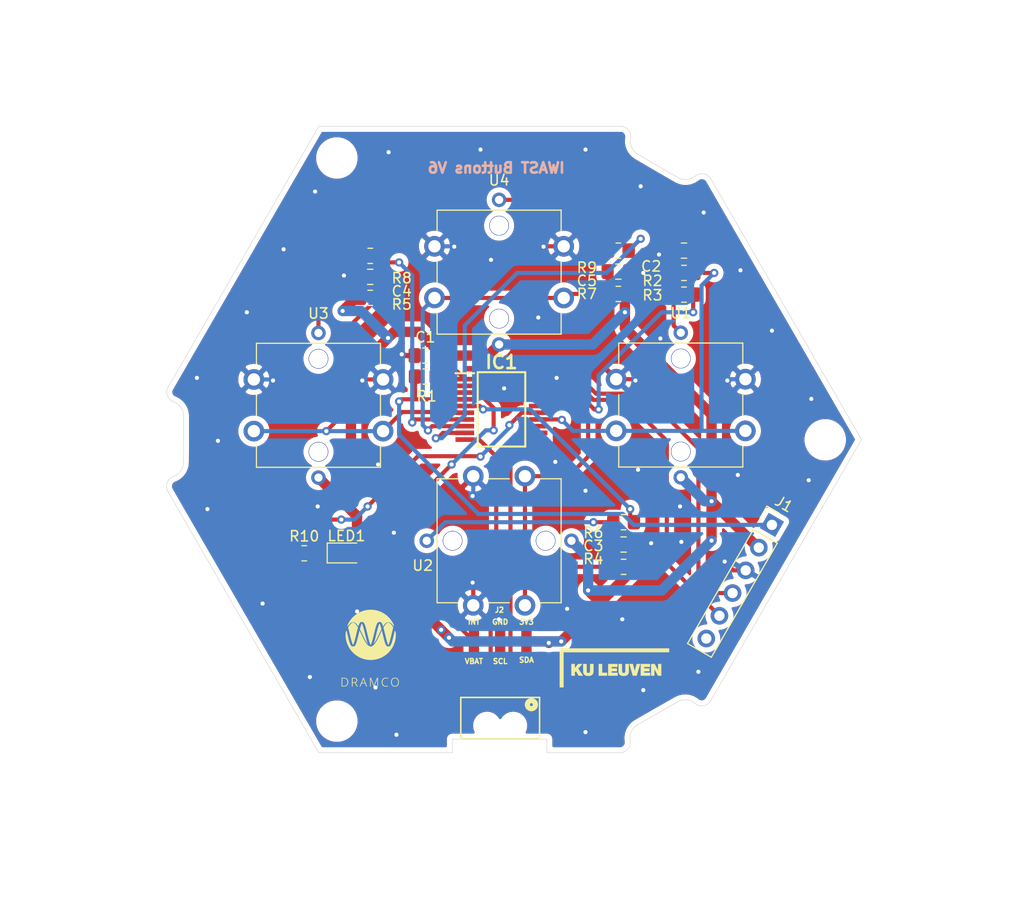
<source format=kicad_pcb>
(kicad_pcb (version 20171130) (host pcbnew "(5.1.6)-1")
  (title_block (title "IWAST - BME680") (date 2019-10-12) (rev A) (company DRAMCO) (comment 1 "Sarah Goossens"))
  (layers (0 F.Cu signal) (31 B.Cu signal) (34 B.Paste user) (35 F.Paste user) (36 B.SilkS user) (37 F.SilkS user) (38 B.Mask user) (39 F.Mask user) (44 Edge.Cuts user))
  (net 0 "")
  (net 1 +3V3)
  (net 2 GND)
  (net 3 /MCLR)
  (net 4 /RC1)
  (net 5 /ICSPCLK)
  (net 6 /ICSPDAT)
  (net 7 "Net-(R3-Pad2)")
  (net 8 /INT)
  (net 9 /SCL)
  (net 10 /SDA)
  (net 11 /LSW2)
  (net 12 /SW3)
  (net 13 /LSW3)
  (net 14 /SW4)
  (net 15 /LSW4)
  (net 16 /SW1)
  (net 17 /SW2)
  (net 18 /LSW1)
  (net 19 "Net-(R9-Pad2)")
  (net 20 "Net-(LED1-Pad1)")
  (net 21 "Net-(R6-Pad2)")
  (net 22 "Net-(R8-Pad2)")
  (net 23 "Net-(IC1-Pad2)")
  (net 24 /RB6)
  (net 25 /RB4)
  (net 26 "Net-(J1-Pad6)")
  (net 27 "Net-(J2-Pad5)")
  (module 610106249121:610106249121 (layer F.Cu) (at 122.555 142.88)
    (fp_text reference J2 (at -0.0762 -11.1962) (layer F.SilkS) (effects (font (size 0.5 0.5) (thickness 0.125))))
    (fp_text value 610106249121)
    (pad None np_thru_hole circle (at -1.27 0) (size 1.68 1.68) (drill 1.68) (layers *.Cu *.Mask))
    (pad None np_thru_hole circle (at 1.27 0) (size 1.68 1.68) (drill 1.68) (layers *.Cu *.Mask))
    (pad 5 smd rect (at -2.54 -4.45) (size 1 2.5) (layers F.Cu F.Paste F.Mask) (net 27 "Net-(J2-Pad5)"))
    (pad 6 smd rect (at -2.54 -8.15) (size 1 2.5) (layers F.Cu F.Paste F.Mask) (net 8 /INT))
    (pad 3 smd rect (at 0 -4.45) (size 1 2.5) (layers F.Cu F.Paste F.Mask) (net 9 /SCL))
    (pad 4 smd rect (at 0 -8.15) (size 1 2.5) (layers F.Cu F.Paste F.Mask) (net 2 GND))
    (pad 1 smd rect (at 2.54 -4.45) (size 1 2.5) (layers F.Cu F.Paste F.Mask) (net 10 /SDA))
    (pad 2 smd rect (at 2.54 -8.15) (size 1 2.5) (layers F.Cu F.Paste F.Mask) (net 1 +3V3))
  )
  (module MountingHole:MountingHole_3mm (layer B.Cu) (at 106.7562 87.9348 180)
    (fp_text reference REF** hide)
    (fp_text value MountingHole_3mm)
    (pad 1 np_thru_hole circle (at 0 0 180) (size 3 3) (drill 3) (layers *.Cu *.Mask))
  )
  (module MountingHole:MountingHole_3mm (layer B.Cu) (at 106.7562 142.4432 180)
    (fp_text reference REF** hide)
    (fp_text value MountingHole_3mm)
    (pad 1 np_thru_hole circle (at 0 0 180) (size 3 3) (drill 3) (layers *.Cu *.Mask))
  )
  (module MountingHole:MountingHole_3mm (layer B.Cu) (at 154.0002 115.2144 180)
    (fp_text reference REF** hide)
    (fp_text value MountingHole_3mm)
    (pad 1 np_thru_hole circle (at 0 0 180) (size 3 3) (drill 3) (layers *.Cu *.Mask))
  )
  (module logos:dramco_logo (layer F.Cu) (at 109.982 135.382)
    (fp_text reference G*** hide)
    (fp_text value LOGO hide)
  )
  (module logos:kul_logo (layer F.Cu) (at 133.604 137.287)
    (fp_text reference G*** hide)
    (fp_text value LOGO hide)
  )
  (module Button_Ali:aliButton (layer F.Cu) (at 122.45 124.985 270)
    (fp_text reference U2 (at 2.396 7.388 180) (layer F.SilkS))
    (fp_text value button)
    (pad "" np_thru_hole circle (at 0 -4.5 270) (size 1.9 1.9) (drill 1.8) (layers *.Cu *.Mask))
    (pad "" np_thru_hole circle (at 0 4.5 270) (size 1.9 1.9) (drill 1.8) (layers *.Cu *.Mask))
    (pad 6 thru_hole circle (at 0 7 270) (size 1.4 1.4) (drill 0.8) (layers *.Cu *.Mask) (net 21 "Net-(R6-Pad2)"))
    (pad 5 thru_hole circle (at 0 -7 270) (size 1.4 1.4) (drill 0.8) (layers *.Cu *.Mask) (net 1 +3V3))
    (pad 4 thru_hole circle (at 6.25 2.5 270) (size 2 2) (drill 1.2) (layers *.Cu *.Mask) (net 2 GND))
    (pad 2 thru_hole circle (at 6.25 -2.5 270) (size 2 2) (drill 1.2) (layers *.Cu *.Mask) (net 17 /SW2))
    (pad 3 thru_hole circle (at -6.25 2.5 270) (size 2 2) (drill 1.2) (layers *.Cu *.Mask) (net 2 GND))
    (pad 1 thru_hole circle (at -6.25 -2.5 270) (size 2 2) (drill 1.2) (layers *.Cu *.Mask) (net 17 /SW2))
  )
  (module Button_Ali:aliButton (layer F.Cu) (at 140.025 111.848 180)
    (fp_text reference U1 (at 0 8.89) (layer F.SilkS))
    (fp_text value button)
    (pad "" np_thru_hole circle (at 0 -4.5 180) (size 1.9 1.9) (drill 1.8) (layers *.Cu *.Mask))
    (pad "" np_thru_hole circle (at 0 4.5 180) (size 1.9 1.9) (drill 1.8) (layers *.Cu *.Mask))
    (pad 6 thru_hole circle (at 0 7 180) (size 1.4 1.4) (drill 0.8) (layers *.Cu *.Mask) (net 7 "Net-(R3-Pad2)"))
    (pad 5 thru_hole circle (at 0 -7 180) (size 1.4 1.4) (drill 0.8) (layers *.Cu *.Mask) (net 1 +3V3))
    (pad 4 thru_hole circle (at 6.25 2.5 180) (size 2 2) (drill 1.2) (layers *.Cu *.Mask) (net 2 GND))
    (pad 2 thru_hole circle (at 6.25 -2.5 180) (size 2 2) (drill 1.2) (layers *.Cu *.Mask) (net 16 /SW1))
    (pad 3 thru_hole circle (at -6.25 2.5 180) (size 2 2) (drill 1.2) (layers *.Cu *.Mask) (net 2 GND))
    (pad 1 thru_hole circle (at -6.25 -2.5 180) (size 2 2) (drill 1.2) (layers *.Cu *.Mask) (net 16 /SW1))
  )
  (module Button_Ali:aliButton (layer F.Cu) (at 104.975 111.873 180)
    (fp_text reference U3 (at 0 8.89) (layer F.SilkS))
    (fp_text value button)
    (pad "" np_thru_hole circle (at 0 -4.5 180) (size 1.9 1.9) (drill 1.8) (layers *.Cu *.Mask))
    (pad "" np_thru_hole circle (at 0 4.5 180) (size 1.9 1.9) (drill 1.8) (layers *.Cu *.Mask))
    (pad 6 thru_hole circle (at 0 7 180) (size 1.4 1.4) (drill 0.8) (layers *.Cu *.Mask) (net 22 "Net-(R8-Pad2)"))
    (pad 5 thru_hole circle (at 0 -7 180) (size 1.4 1.4) (drill 0.8) (layers *.Cu *.Mask) (net 1 +3V3))
    (pad 4 thru_hole circle (at 6.25 2.5 180) (size 2 2) (drill 1.2) (layers *.Cu *.Mask) (net 2 GND))
    (pad 2 thru_hole circle (at 6.25 -2.5 180) (size 2 2) (drill 1.2) (layers *.Cu *.Mask) (net 12 /SW3))
    (pad 3 thru_hole circle (at -6.25 2.5 180) (size 2 2) (drill 1.2) (layers *.Cu *.Mask) (net 2 GND))
    (pad 1 thru_hole circle (at -6.25 -2.5 180) (size 2 2) (drill 1.2) (layers *.Cu *.Mask) (net 12 /SW3))
  )
  (module Button_Ali:aliButton (layer F.Cu) (at 122.45 98.985 180)
    (fp_text reference U4 (at 0 8.89) (layer F.SilkS))
    (fp_text value button)
    (pad "" np_thru_hole circle (at 0 -4.5 180) (size 1.9 1.9) (drill 1.8) (layers *.Cu *.Mask))
    (pad "" np_thru_hole circle (at 0 4.5 180) (size 1.9 1.9) (drill 1.8) (layers *.Cu *.Mask))
    (pad 6 thru_hole circle (at 0 7 180) (size 1.4 1.4) (drill 0.8) (layers *.Cu *.Mask) (net 19 "Net-(R9-Pad2)"))
    (pad 5 thru_hole circle (at 0 -7 180) (size 1.4 1.4) (drill 0.8) (layers *.Cu *.Mask) (net 1 +3V3))
    (pad 4 thru_hole circle (at 6.25 2.5 180) (size 2 2) (drill 1.2) (layers *.Cu *.Mask) (net 2 GND))
    (pad 2 thru_hole circle (at 6.25 -2.5 180) (size 2 2) (drill 1.2) (layers *.Cu *.Mask) (net 14 /SW4))
    (pad 3 thru_hole circle (at -6.25 2.5 180) (size 2 2) (drill 1.2) (layers *.Cu *.Mask) (net 2 GND))
    (pad 1 thru_hole circle (at -6.25 -2.5 180) (size 2 2) (drill 1.2) (layers *.Cu *.Mask) (net 14 /SW4))
  )
  (module Resistor_SMD:R_0805_2012Metric_Pad1.20x1.40mm_HandSolder (layer F.Cu) (at 140.335 101.159 180)
    (fp_text reference R3 (at 3.048 -0.06) (layer F.SilkS))
    (fp_text value 1k)
    (pad 2 smd roundrect (at 1 0 180) (size 1.2 1.4) (layers F.Cu F.Paste F.Mask) (roundrect_rratio 0.2083325) (net 7 "Net-(R3-Pad2)"))
    (pad 1 smd roundrect (at -1 0 180) (size 1.2 1.4) (layers F.Cu F.Paste F.Mask) (roundrect_rratio 0.2083325) (net 18 /LSW1))
  )
  (module Resistor_SMD:R_0805_2012Metric_Pad1.20x1.40mm_HandSolder (layer F.Cu) (at 109.982 101.473)
    (fp_text reference R5 (at 3.048 0.635) (layer F.SilkS))
    (fp_text value 100k)
    (pad 1 smd roundrect (at -1 0) (size 1.2 1.4) (layers F.Cu F.Paste F.Mask) (roundrect_rratio 0.2083325) (net 1 +3V3))
    (pad 2 smd roundrect (at 1 0) (size 1.2 1.4) (layers F.Cu F.Paste F.Mask) (roundrect_rratio 0.2083325) (net 12 /SW3))
  )
  (module Capacitor_SMD:C_0805_2012Metric_Pad1.18x1.45mm_HandSolder (layer F.Cu) (at 109.982 99.441)
    (fp_text reference C4 (at 3.048 1.397) (layer F.SilkS))
    (fp_text value 100n)
    (pad 2 smd roundrect (at 1.0375 0) (size 1.175 1.45) (layers F.Cu F.Paste F.Mask) (roundrect_rratio 0.2127659574468085) (net 12 /SW3))
    (pad 1 smd roundrect (at -1.0375 0) (size 1.175 1.45) (layers F.Cu F.Paste F.Mask) (roundrect_rratio 0.2127659574468085) (net 2 GND))
  )
  (module Resistor_SMD:R_0805_2012Metric_Pad1.20x1.40mm_HandSolder (layer F.Cu) (at 134.493 123.19 180)
    (fp_text reference R6 (at 2.921 -1.016) (layer F.SilkS))
    (fp_text value 1k)
    (pad 1 smd roundrect (at -1 0 180) (size 1.2 1.4) (layers F.Cu F.Paste F.Mask) (roundrect_rratio 0.2083325) (net 11 /LSW2))
    (pad 2 smd roundrect (at 1 0 180) (size 1.2 1.4) (layers F.Cu F.Paste F.Mask) (roundrect_rratio 0.2083325) (net 21 "Net-(R6-Pad2)"))
  )
  (module Connector_PinHeader_2.54mm:PinHeader_1x06_P2.54mm_Vertical (layer F.Cu) (at 148.844 123.448886 330)
    (fp_text reference J1 (at 0 -2.33 150) (layer F.SilkS))
    (fp_text value PICKit3)
    (pad 6 thru_hole oval (at 0 12.7 330) (size 1.7 1.7) (drill 1) (layers *.Cu *.Mask) (net 26 "Net-(J1-Pad6)"))
    (pad 5 thru_hole oval (at 0 10.16 330) (size 1.7 1.7) (drill 1) (layers *.Cu *.Mask) (net 5 /ICSPCLK))
    (pad 4 thru_hole oval (at 0 7.62 330) (size 1.7 1.7) (drill 1) (layers *.Cu *.Mask) (net 6 /ICSPDAT))
    (pad 3 thru_hole oval (at 0 5.08 330) (size 1.7 1.7) (drill 1) (layers *.Cu *.Mask) (net 2 GND))
    (pad 2 thru_hole oval (at 0 2.54 330) (size 1.7 1.7) (drill 1) (layers *.Cu *.Mask) (net 1 +3V3))
    (pad 1 thru_hole rect (at 0 0 330) (size 1.7 1.7) (drill 1) (layers *.Cu *.Mask) (net 3 /MCLR))
  )
  (module Resistor_SMD:R_0805_2012Metric_Pad1.20x1.40mm_HandSolder (layer F.Cu) (at 103.6 126.198)
    (fp_text reference R10 (at 0 -1.65) (layer F.SilkS))
    (fp_text value 1k)
    (pad 2 smd roundrect (at 1 0) (size 1.2 1.4) (layers F.Cu F.Paste F.Mask) (roundrect_rratio 0.2083325) (net 20 "Net-(LED1-Pad1)"))
    (pad 1 smd roundrect (at -1 0) (size 1.2 1.4) (layers F.Cu F.Paste F.Mask) (roundrect_rratio 0.2083325) (net 4 /RC1))
  )
  (module Capacitor_SMD:C_0805_2012Metric_Pad1.18x1.45mm_HandSolder (layer F.Cu) (at 115.316 107.061 180)
    (fp_text reference C1 (at 0 1.778) (layer F.SilkS))
    (fp_text value 100n)
    (pad 1 smd roundrect (at -1.0375 0 180) (size 1.175 1.45) (layers F.Cu F.Paste F.Mask) (roundrect_rratio 0.2127659574468085) (net 1 +3V3))
    (pad 2 smd roundrect (at 1.0375 0 180) (size 1.175 1.45) (layers F.Cu F.Paste F.Mask) (roundrect_rratio 0.2127659574468085) (net 2 GND))
  )
  (module LED_SMD:LED_0805_2012Metric_Pad1.15x1.40mm_HandSolder (layer F.Cu) (at 107.68 126.168)
    (fp_text reference LED1 (at 0 -1.65) (layer F.SilkS))
    (fp_text value SML-D12Y1WT86)
    (pad 2 smd roundrect (at 1.025 0) (size 1.15 1.4) (layers F.Cu F.Paste F.Mask) (roundrect_rratio 0.2173904347826087) (net 1 +3V3))
    (pad 1 smd roundrect (at -1.025 0) (size 1.15 1.4) (layers F.Cu F.Paste F.Mask) (roundrect_rratio 0.2173904347826087) (net 20 "Net-(LED1-Pad1)"))
  )
  (module Resistor_SMD:R_0805_2012Metric_Pad1.20x1.40mm_HandSolder (layer F.Cu) (at 134.493 127.508 180)
    (fp_text reference R4 (at 2.921 0.762) (layer F.SilkS))
    (fp_text value 100k)
    (pad 2 smd roundrect (at 1 0 180) (size 1.2 1.4) (layers F.Cu F.Paste F.Mask) (roundrect_rratio 0.2083325) (net 17 /SW2))
    (pad 1 smd roundrect (at -1 0 180) (size 1.2 1.4) (layers F.Cu F.Paste F.Mask) (roundrect_rratio 0.2083325) (net 1 +3V3))
  )
  (module Resistor_SMD:R_0805_2012Metric_Pad1.20x1.40mm_HandSolder (layer F.Cu) (at 133.985 96.901 180)
    (fp_text reference R9 (at 3.048 -1.651) (layer F.SilkS))
    (fp_text value 1k)
    (pad 2 smd roundrect (at 1 0 180) (size 1.2 1.4) (layers F.Cu F.Paste F.Mask) (roundrect_rratio 0.2083325) (net 19 "Net-(R9-Pad2)"))
    (pad 1 smd roundrect (at -1 0 180) (size 1.2 1.4) (layers F.Cu F.Paste F.Mask) (roundrect_rratio 0.2083325) (net 15 /LSW4))
  )
  (module PIC16f18446:SOP65P780X200-20N (layer F.Cu) (at 122.682 112.268)
    (fp_text reference IC1 (at 0 -4.572) (layer F.SilkS) (effects (font (size 1.27 1.27) (thickness 0.254))))
    (fp_text value PIC16F18446-I_SS hide)
    (pad 1 smd rect (at -3.55 -2.925 90) (size 0.45 1.8) (layers F.Cu F.Paste F.Mask) (net 1 +3V3))
    (pad 2 smd rect (at -3.55 -2.275 90) (size 0.45 1.8) (layers F.Cu F.Paste F.Mask) (net 23 "Net-(IC1-Pad2)"))
    (pad 3 smd rect (at -3.55 -1.625 90) (size 0.45 1.8) (layers F.Cu F.Paste F.Mask) (net 8 /INT))
    (pad 4 smd rect (at -3.55 -0.975 90) (size 0.45 1.8) (layers F.Cu F.Paste F.Mask) (net 3 /MCLR))
    (pad 5 smd rect (at -3.55 -0.325 90) (size 0.45 1.8) (layers F.Cu F.Paste F.Mask) (net 11 /LSW2))
    (pad 6 smd rect (at -3.55 0.325 90) (size 0.45 1.8) (layers F.Cu F.Paste F.Mask) (net 12 /SW3))
    (pad 7 smd rect (at -3.55 0.975 90) (size 0.45 1.8) (layers F.Cu F.Paste F.Mask) (net 13 /LSW3))
    (pad 8 smd rect (at -3.55 1.625 90) (size 0.45 1.8) (layers F.Cu F.Paste F.Mask) (net 14 /SW4))
    (pad 9 smd rect (at -3.55 2.275 90) (size 0.45 1.8) (layers F.Cu F.Paste F.Mask) (net 15 /LSW4))
    (pad 10 smd rect (at -3.55 2.925 90) (size 0.45 1.8) (layers F.Cu F.Paste F.Mask) (net 9 /SCL))
    (pad 11 smd rect (at 3.55 2.925 90) (size 0.45 1.8) (layers F.Cu F.Paste F.Mask) (net 24 /RB6))
    (pad 12 smd rect (at 3.55 2.275 90) (size 0.45 1.8) (layers F.Cu F.Paste F.Mask) (net 10 /SDA))
    (pad 13 smd rect (at 3.55 1.625 90) (size 0.45 1.8) (layers F.Cu F.Paste F.Mask) (net 25 /RB4))
    (pad 14 smd rect (at 3.55 0.975 90) (size 0.45 1.8) (layers F.Cu F.Paste F.Mask) (net 16 /SW1))
    (pad 15 smd rect (at 3.55 0.325 90) (size 0.45 1.8) (layers F.Cu F.Paste F.Mask) (net 4 /RC1))
    (pad 16 smd rect (at 3.55 -0.325 90) (size 0.45 1.8) (layers F.Cu F.Paste F.Mask) (net 17 /SW2))
    (pad 17 smd rect (at 3.55 -0.975 90) (size 0.45 1.8) (layers F.Cu F.Paste F.Mask) (net 18 /LSW1))
    (pad 18 smd rect (at 3.55 -1.625 90) (size 0.45 1.8) (layers F.Cu F.Paste F.Mask) (net 5 /ICSPCLK))
    (pad 19 smd rect (at 3.55 -2.275 90) (size 0.45 1.8) (layers F.Cu F.Paste F.Mask) (net 6 /ICSPDAT))
    (pad 20 smd rect (at 3.55 -2.925 90) (size 0.45 1.8) (layers F.Cu F.Paste F.Mask) (net 2 GND))
  )
  (module Resistor_SMD:R_0805_2012Metric_Pad1.20x1.40mm_HandSolder (layer F.Cu) (at 115.316 109.093 180)
    (fp_text reference R1 (at -0.127 -1.905) (layer F.SilkS))
    (fp_text value 10k)
    (pad 1 smd roundrect (at -1 0 180) (size 1.2 1.4) (layers F.Cu F.Paste F.Mask) (roundrect_rratio 0.2083325) (net 1 +3V3))
    (pad 2 smd roundrect (at 1 0 180) (size 1.2 1.4) (layers F.Cu F.Paste F.Mask) (roundrect_rratio 0.2083325) (net 3 /MCLR))
  )
  (module Resistor_SMD:R_0805_2012Metric_Pad1.20x1.40mm_HandSolder (layer F.Cu) (at 140.335 99.06)
    (fp_text reference R2 (at -3.048 0.762) (layer F.SilkS))
    (fp_text value 100k)
    (pad 1 smd roundrect (at -1 0) (size 1.2 1.4) (layers F.Cu F.Paste F.Mask) (roundrect_rratio 0.2083325) (net 1 +3V3))
    (pad 2 smd roundrect (at 1 0) (size 1.2 1.4) (layers F.Cu F.Paste F.Mask) (roundrect_rratio 0.2083325) (net 16 /SW1))
  )
  (module Capacitor_SMD:C_0805_2012Metric_Pad1.18x1.45mm_HandSolder (layer F.Cu) (at 134.493 125.349 180)
    (fp_text reference C3 (at 2.921 -0.127) (layer F.SilkS))
    (fp_text value 100n)
    (pad 1 smd roundrect (at -1.0375 0 180) (size 1.175 1.45) (layers F.Cu F.Paste F.Mask) (roundrect_rratio 0.2127659574468085) (net 2 GND))
    (pad 2 smd roundrect (at 1.0375 0 180) (size 1.175 1.45) (layers F.Cu F.Paste F.Mask) (roundrect_rratio 0.2127659574468085) (net 17 /SW2))
  )
  (module Resistor_SMD:R_0805_2012Metric_Pad1.20x1.40mm_HandSolder (layer F.Cu) (at 133.985 101.092 180)
    (fp_text reference R7 (at 3.048 0) (layer F.SilkS))
    (fp_text value 100k)
    (pad 1 smd roundrect (at -1 0 180) (size 1.2 1.4) (layers F.Cu F.Paste F.Mask) (roundrect_rratio 0.2083325) (net 1 +3V3))
    (pad 2 smd roundrect (at 1 0 180) (size 1.2 1.4) (layers F.Cu F.Paste F.Mask) (roundrect_rratio 0.2083325) (net 14 /SW4))
  )
  (module Resistor_SMD:R_0805_2012Metric_Pad1.20x1.40mm_HandSolder (layer F.Cu) (at 109.982 97.409 180)
    (fp_text reference R8 (at -3.048 -2.159) (layer F.SilkS))
    (fp_text value 1k)
    (pad 2 smd roundrect (at 1 0 180) (size 1.2 1.4) (layers F.Cu F.Paste F.Mask) (roundrect_rratio 0.2083325) (net 22 "Net-(R8-Pad2)"))
    (pad 1 smd roundrect (at -1 0 180) (size 1.2 1.4) (layers F.Cu F.Paste F.Mask) (roundrect_rratio 0.2083325) (net 13 /LSW3))
  )
  (module Capacitor_SMD:C_0805_2012Metric_Pad1.18x1.45mm_HandSolder (layer F.Cu) (at 133.985 98.933 180)
    (fp_text reference C5 (at 3.048 -0.889) (layer F.SilkS))
    (fp_text value 100n)
    (pad 1 smd roundrect (at -1.0375 0 180) (size 1.175 1.45) (layers F.Cu F.Paste F.Mask) (roundrect_rratio 0.2127659574468085) (net 2 GND))
    (pad 2 smd roundrect (at 1.0375 0 180) (size 1.175 1.45) (layers F.Cu F.Paste F.Mask) (roundrect_rratio 0.2127659574468085) (net 14 /SW4))
  )
  (module Capacitor_SMD:C_0805_2012Metric_Pad1.18x1.45mm_HandSolder (layer F.Cu) (at 140.335 96.901)
    (fp_text reference C2 (at -3.175 1.524) (layer F.SilkS))
    (fp_text value 100n)
    (pad 2 smd roundrect (at 1.0375 0) (size 1.175 1.45) (layers F.Cu F.Paste F.Mask) (roundrect_rratio 0.2127659574468085) (net 16 /SW1))
    (pad 1 smd roundrect (at -1.0375 0) (size 1.175 1.45) (layers F.Cu F.Paste F.Mask) (roundrect_rratio 0.2127659574468085) (net 2 GND))
  )
  (gr_line (start 91.925719 115.152278) (end 91.910175 117.371447) (layer Edge.Cuts) (width 0.05))
  (gr_line (start 137.784774 141.67854) (end 139.714398 140.582419) (layer Edge.Cuts) (width 0.05))
  (gr_line (start 142.84706 140.577829) (end 142.819374 140.607081) (layer Edge.Cuts) (width 0.05))
  (gr_line (start 90.336329 120.048099) (end 90.345686 120.108486) (layer Edge.Cuts) (width 0.05))
  (gr_arc (start 134.184174 85.868266) (end 135.16918 86.041949) (angle -90) (layer Edge.Cuts) (width 0.05))
  (gr_line (start 90.382278 110.206138) (end 90.364706 110.240201) (layer Edge.Cuts) (width 0.05))
  (gr_arc (start 136.631209 86.298993) (end 135.16918 86.041949) (angle -69.97168931) (layer Edge.Cuts) (width 0.05))
  (gr_line (start 117.92744 145.48168) (end 117.90712 145.4997) (layer Edge.Cuts) (width 0.05))
  (gr_line (start 142.878161 89.85404) (end 157.505401 115.188998) (layer Edge.Cuts) (width 0.05))
  (gr_arc (start 91.276212 119.706009) (end 90.934124 118.76613) (angle -90) (layer Edge.Cuts) (width 0.05))
  (gr_line (start 134.311294 145.486456) (end 134.264719 145.499701) (layer Edge.Cuts) (width 0.05))
  (gr_arc (start 90.42572 117.371446) (end 90.934124 118.76613) (angle -69.97168931) (layer Edge.Cuts) (width 0.05))
  (gr_line (start 105.005398 84.8783) (end 134.31552 84.878298) (layer Edge.Cuts) (width 0.05))
  (gr_line (start 105.0054 145.4997) (end 116.915398 145.4997) (layer Edge.Cuts) (width 0.05))
  (gr_arc (start 91.304587 110.582291) (end 90.364706 110.240201) (angle -90) (layer Edge.Cuts) (width 0.05))
  (gr_line (start 105.0054 145.4997) (end 90.345686 120.108486) (layer Edge.Cuts) (width 0.05))
  (gr_line (start 155.013518 130.535681) (end 155.013518 130.535681) (layer Edge.Cuts) (width 0.05))
  (gr_line (start 117.92744 144.186282) (end 127.071441 144.186282) (layer Edge.Cuts) (width 0.05))
  (gr_line (start 127.071441 144.186282) (end 127.07144 145.48168) (layer Edge.Cuts) (width 0.05))
  (gr_line (start 157.505401 115.188998) (end 142.84706 140.577829) (layer Edge.Cuts) (width 0.05))
  (gr_line (start 117.92744 145.48168) (end 117.92744 144.186282) (layer Edge.Cuts) (width 0.05))
  (gr_arc (start 140.456631 141.867995) (end 141.410257 140.730364) (angle -69.97168931) (layer Edge.Cuts) (width 0.05))
  (gr_line (start 90.382278 110.206138) (end 105.005398 84.8783) (layer Edge.Cuts) (width 0.05))
  (gr_line (start 91.92572 112.922284) (end 91.925719 115.152278) (layer Edge.Cuts) (width 0.05))
  (gr_arc (start 142.053173 139.964167) (end 141.410257 140.730364) (angle -90) (layer Edge.Cuts) (width 0.05))
  (gr_line (start 139.734301 89.82262) (end 137.803068 88.707619) (layer Edge.Cuts) (width 0.05))
  (gr_line (start 127.07144 145.48168) (end 127.076523 145.499698) (layer Edge.Cuts) (width 0.05))
  (gr_arc (start 142.071359 90.454697) (end 142.837558 89.811782) (angle -90) (layer Edge.Cuts) (width 0.05))
  (gr_line (start 137.803068 88.707619) (end 135.888984 87.584572) (layer Edge.Cuts) (width 0.05))
  (gr_line (start 134.357858 84.883261) (end 134.31552 84.878298) (layer Edge.Cuts) (width 0.05))
  (gr_line (start 135.85354 142.793539) (end 137.784774 141.67854) (layer Edge.Cuts) (width 0.05))
  (gr_arc (start 136.603954 144.093296) (end 135.85354 142.793539) (angle -68.99438273) (layer Edge.Cuts) (width 0.05))
  (gr_arc (start 134.137611 144.50145) (end 134.311294 145.486456) (angle -90) (layer Edge.Cuts) (width 0.05))
  (gr_arc (start 90.424889 112.922282) (end 91.92572 112.922284) (angle -68.99438273) (layer Edge.Cuts) (width 0.05))
  (gr_arc (start 140.484715 88.522864) (end 139.734301 89.82262) (angle -68.99438273) (layer Edge.Cuts) (width 0.05))
  (gr_line (start 127.076523 145.499698) (end 134.264719 145.499701) (layer Edge.Cuts) (width 0.05))
  (gr_line (start 142.837558 89.811782) (end 142.878161 89.85404) (layer Edge.Cuts) (width 0.05))
  (gr_line (start 116.915398 145.4997) (end 117.90712 145.4997) (layer Edge.Cuts) (width 0.05))
  (gr_text "IWAST Buttons V6\n" (at 122.174 88.9) (layer B.SilkS) (effects (font (size 1 1) (thickness 0.25)) (justify mirror)))
  (gr_text VBAT (at 120.015 136.652) (layer F.SilkS) (effects (font (size 0.5 0.5) (thickness 0.125))))
  (gr_text 3V3 (at 125.095 132.842) (layer F.SilkS) (effects (font (size 0.5 0.5) (thickness 0.125))))
  (gr_text GND (at 122.555 132.842) (layer F.SilkS) (effects (font (size 0.5 0.5) (thickness 0.125))))
  (gr_text SDA (at 125.095 136.525) (layer F.SilkS) (effects (font (size 0.5 0.5) (thickness 0.125))))
  (gr_text SCL (at 122.555 136.652) (layer F.SilkS) (effects (font (size 0.5 0.5) (thickness 0.125))))
  (gr_text INT (at 120.015 132.842) (layer F.SilkS) (effects (font (size 0.5 0.5) (thickness 0.125))))
  (segment (start 118.374 108.585) (end 119.132 109.343) (width 0.4) (layer F.Cu) (net 1))
  (segment (start 116.3535 108.585) (end 118.374 108.585) (width 0.4) (layer F.Cu) (net 1))
  (via (at 131.064 129.794) (size 0.8) (drill 0.4) (layers F.Cu B.Cu) (net 1))
  (segment (start 131.9775 130.7075) (end 131.064 129.794) (width 1) (layer F.Cu) (net 1))
  (segment (start 131.9775 131.2155) (end 131.9775 130.7075) (width 1) (layer F.Cu) (net 1))
  (segment (start 131.9775 131.2155) (end 135.493 127.7) (width 1) (layer F.Cu) (net 1))
  (segment (start 128.463 134.73) (end 131.9775 131.2155) (width 1) (layer F.Cu) (net 1))
  (segment (start 131.064 126.599) (end 129.45 124.985) (width 1) (layer B.Cu) (net 1))
  (segment (start 131.064 129.794) (end 131.064 126.599) (width 1) (layer B.Cu) (net 1))
  (via (at 128.463 134.73) (size 0.8) (drill 0.4) (layers F.Cu B.Cu) (net 1))
  (via (at 127.254 134.874) (size 0.8) (drill 0.4) (layers F.Cu B.Cu) (net 1))
  (segment (start 127.364 134.764) (end 127.254 134.874) (width 1) (layer F.Cu) (net 1))
  (segment (start 127.364 134.73) (end 127.364 134.764) (width 1) (layer F.Cu) (net 1))
  (segment (start 127.364 134.73) (end 128.463 134.73) (width 1) (layer F.Cu) (net 1))
  (segment (start 125.095 134.73) (end 127.364 134.73) (width 1) (layer F.Cu) (net 1))
  (via (at 117.602 134.366) (size 0.8) (drill 0.4) (layers F.Cu B.Cu) (net 1))
  (segment (start 128.463 134.73) (end 117.966 134.73) (width 1) (layer B.Cu) (net 1))
  (segment (start 117.966 134.73) (end 117.602 134.366) (width 1) (layer B.Cu) (net 1))
  (segment (start 109.404 126.168) (end 108.705 126.168) (width 1) (layer F.Cu) (net 1))
  (via (at 116.84 133.604) (size 0.8) (drill 0.4) (layers F.Cu B.Cu) (net 1))
  (segment (start 116.84 133.604) (end 109.404 126.168) (width 1) (layer F.Cu) (net 1))
  (segment (start 116.84 133.604) (end 117.602 134.366) (width 1) (layer F.Cu) (net 1))
  (segment (start 108.705 122.603) (end 108.705 126.168) (width 1) (layer F.Cu) (net 1))
  (segment (start 104.975 118.873) (end 108.705 122.603) (width 1) (layer F.Cu) (net 1))
  (segment (start 116.3535 106.444694) (end 116.3535 107.061) (width 1) (layer F.Cu) (net 1))
  (segment (start 114.672797 104.763991) (end 116.3535 106.444694) (width 1) (layer F.Cu) (net 1))
  (segment (start 112.302007 104.763991) (end 114.672797 104.763991) (width 1) (layer F.Cu) (net 1))
  (segment (start 108.119999 122.017999) (end 108.119999 108.945999) (width 1) (layer F.Cu) (net 1))
  (segment (start 108.705 122.603) (end 108.119999 122.017999) (width 1) (layer F.Cu) (net 1))
  (segment (start 121.374 107.061) (end 122.45 105.985) (width 1) (layer F.Cu) (net 1))
  (segment (start 116.3535 107.061) (end 121.374 107.061) (width 1) (layer F.Cu) (net 1))
  (via (at 143.002 121.158) (size 0.8) (drill 0.4) (layers F.Cu B.Cu) (net 1))
  (segment (start 147.574 125.648591) (end 147.492591 125.648591) (width 1) (layer F.Cu) (net 1))
  (segment (start 147.492591 125.648591) (end 143.002 121.158) (width 1) (layer F.Cu) (net 1))
  (segment (start 142.335 121.158) (end 140.025 118.848) (width 1) (layer B.Cu) (net 1))
  (segment (start 143.002 121.158) (end 142.335 121.158) (width 1) (layer B.Cu) (net 1))
  (via (at 143.002 124.968) (size 0.8) (drill 0.4) (layers F.Cu B.Cu) (net 1))
  (segment (start 143.002 121.158) (end 143.002 124.968) (width 1) (layer F.Cu) (net 1))
  (segment (start 138.176 129.794) (end 131.064 129.794) (width 1) (layer B.Cu) (net 1))
  (segment (start 143.002 124.968) (end 138.176 129.794) (width 1) (layer B.Cu) (net 1))
  (via (at 134.62 102.87) (size 0.8) (drill 0.4) (layers F.Cu B.Cu) (net 1))
  (segment (start 122.45 105.985) (end 131.505 105.985) (width 1) (layer B.Cu) (net 1))
  (segment (start 131.505 105.985) (end 134.62 102.87) (width 1) (layer B.Cu) (net 1))
  (segment (start 134.62 101.457) (end 134.985 101.092) (width 1) (layer F.Cu) (net 1))
  (segment (start 134.62 102.87) (end 134.62 101.457) (width 1) (layer F.Cu) (net 1))
  (segment (start 143.002 112.767002) (end 143.002 121.158) (width 1) (layer F.Cu) (net 1))
  (segment (start 134.62 104.385002) (end 143.002 112.767002) (width 1) (layer F.Cu) (net 1))
  (segment (start 134.62 102.87) (end 134.62 104.385002) (width 1) (layer F.Cu) (net 1))
  (segment (start 108.119999 108.945999) (end 111.707999 105.357999) (width 1) (layer F.Cu) (net 1))
  (via (at 111.707999 105.357999) (size 0.8) (drill 0.4) (layers F.Cu B.Cu) (net 1))
  (segment (start 111.707999 105.357999) (end 112.302007 104.763991) (width 1) (layer F.Cu) (net 1))
  (segment (start 135.493 127.508) (end 135.493 127.7) (width 0.4) (layer F.Cu) (net 1))
  (segment (start 108.982 101.473) (end 108.585 101.473) (width 1) (layer F.Cu) (net 1))
  (via (at 107.315 102.743) (size 0.8) (drill 0.4) (layers F.Cu B.Cu) (net 1))
  (segment (start 108.585 101.473) (end 107.315 102.743) (width 1) (layer F.Cu) (net 1))
  (segment (start 109.093 102.743) (end 111.707999 105.357999) (width 1) (layer B.Cu) (net 1))
  (segment (start 107.315 102.743) (end 109.093 102.743) (width 1) (layer B.Cu) (net 1))
  (segment (start 135.994002 101.092) (end 134.985 101.092) (width 1) (layer F.Cu) (net 1))
  (segment (start 139.335 99.06) (end 138.026002 99.06) (width 1) (layer F.Cu) (net 1))
  (segment (start 138.026002 99.06) (end 135.994002 101.092) (width 1) (layer F.Cu) (net 1))
  (segment (start 116.316 107.0985) (end 116.3535 107.061) (width 0.4) (layer F.Cu) (net 1))
  (segment (start 116.316 109.093) (end 116.316 107.0985) (width 0.4) (layer F.Cu) (net 1))
  (via (at 109.22 109.474) (size 0.8) (drill 0.4) (layers F.Cu B.Cu) (net 2))
  (segment (start 111.225 109.373) (end 109.321 109.373) (width 0.4) (layer F.Cu) (net 2))
  (segment (start 109.321 109.373) (end 109.22 109.474) (width 0.4) (layer F.Cu) (net 2))
  (via (at 119.888 120.65) (size 0.8) (drill 0.4) (layers F.Cu B.Cu) (net 2))
  (segment (start 119.95 118.735) (end 119.95 120.588) (width 0.4) (layer B.Cu) (net 2))
  (segment (start 119.95 120.588) (end 119.888 120.65) (width 0.4) (layer B.Cu) (net 2))
  (segment (start 133.775 109.348) (end 135.51 109.348) (width 0.4) (layer F.Cu) (net 2))
  (via (at 135.636 109.474) (size 0.8) (drill 0.4) (layers F.Cu B.Cu) (net 2))
  (segment (start 135.51 109.348) (end 135.636 109.474) (width 0.4) (layer F.Cu) (net 2))
  (via (at 144.526 109.474) (size 0.8) (drill 0.4) (layers F.Cu B.Cu) (net 2))
  (segment (start 146.275 109.348) (end 144.652 109.348) (width 0.4) (layer B.Cu) (net 2))
  (segment (start 144.652 109.348) (end 144.526 109.474) (width 0.4) (layer B.Cu) (net 2))
  (via (at 118.11 96.52) (size 0.8) (drill 0.4) (layers F.Cu B.Cu) (net 2))
  (segment (start 116.2 96.485) (end 118.075 96.485) (width 0.4) (layer B.Cu) (net 2))
  (segment (start 118.075 96.485) (end 118.11 96.52) (width 0.4) (layer B.Cu) (net 2))
  (via (at 107.442 99.314) (size 0.8) (drill 0.4) (layers F.Cu B.Cu) (net 2))
  (segment (start 108.9445 99.314) (end 107.442 99.314) (width 0.4) (layer F.Cu) (net 2))
  (via (at 100.584 109.474) (size 0.8) (drill 0.4) (layers F.Cu B.Cu) (net 2))
  (segment (start 98.725 109.373) (end 100.483 109.373) (width 0.4) (layer B.Cu) (net 2))
  (segment (start 100.483 109.373) (end 100.584 109.474) (width 0.4) (layer B.Cu) (net 2))
  (via (at 119.888 129.032) (size 0.8) (drill 0.4) (layers F.Cu B.Cu) (net 2))
  (segment (start 119.95 131.235) (end 119.95 129.094) (width 0.4) (layer F.Cu) (net 2))
  (segment (start 119.95 129.094) (end 119.888 129.032) (width 0.4) (layer F.Cu) (net 2))
  (via (at 122.428 132.588) (size 0.8) (drill 0.4) (layers F.Cu B.Cu) (net 2))
  (segment (start 122.555 134.73) (end 122.555 132.715) (width 0.4) (layer F.Cu) (net 2))
  (segment (start 122.555 132.715) (end 122.428 132.588) (width 0.4) (layer F.Cu) (net 2))
  (via (at 137.16 125.222) (size 0.8) (drill 0.4) (layers F.Cu B.Cu) (net 2))
  (segment (start 137.033 125.095) (end 137.16 125.222) (width 0.4) (layer F.Cu) (net 2))
  (via (at 136.398 99.06) (size 0.8) (drill 0.4) (layers F.Cu B.Cu) (net 2))
  (segment (start 136.271 99.187) (end 136.398 99.06) (width 0.4) (layer F.Cu) (net 2))
  (via (at 137.922 97.282) (size 0.8) (drill 0.4) (layers F.Cu B.Cu) (net 2))
  (via (at 113.03 106.934) (size 0.8) (drill 0.4) (layers F.Cu B.Cu) (net 2))
  (segment (start 114.2785 107.061) (end 113.157 107.061) (width 0.4) (layer F.Cu) (net 2))
  (segment (start 113.157 107.061) (end 113.03 106.934) (width 0.4) (layer F.Cu) (net 2))
  (via (at 128.016 109.22) (size 0.8) (drill 0.4) (layers F.Cu B.Cu) (net 2))
  (segment (start 126.232 109.343) (end 127.893 109.343) (width 0.4) (layer F.Cu) (net 2))
  (segment (start 127.893 109.343) (end 128.016 109.22) (width 0.4) (layer F.Cu) (net 2))
  (via (at 144.272 127) (size 0.8) (drill 0.4) (layers F.Cu B.Cu) (net 2))
  (segment (start 146.304 127.848295) (end 145.120295 127.848295) (width 0.4) (layer F.Cu) (net 2))
  (segment (start 145.120295 127.848295) (end 144.272 127) (width 0.4) (layer F.Cu) (net 2))
  (segment (start 126.781 96.485) (end 126.746 96.52) (width 0.4) (layer F.Cu) (net 2))
  (segment (start 128.7 96.485) (end 126.781 96.485) (width 0.4) (layer F.Cu) (net 2))
  (via (at 126.746 96.52) (size 0.8) (drill 0.4) (layers F.Cu B.Cu) (net 2))
  (via (at 136.398 139.446) (size 0.8) (drill 0.4) (layers F.Cu B.Cu) (net 2))
  (via (at 130.81 143.51) (size 0.8) (drill 0.4) (layers F.Cu B.Cu) (net 2))
  (via (at 141.732 137.668) (size 0.8) (drill 0.4) (layers F.Cu B.Cu) (net 2))
  (via (at 112.522 143.764) (size 0.8) (drill 0.4) (layers F.Cu B.Cu) (net 2))
  (via (at 110.49 139.192) (size 0.8) (drill 0.4) (layers F.Cu B.Cu) (net 2))
  (via (at 104.14 138.176) (size 0.8) (drill 0.4) (layers F.Cu B.Cu) (net 2))
  (via (at 99.568 131.064) (size 0.8) (drill 0.4) (layers F.Cu B.Cu) (net 2))
  (via (at 94.234 121.92) (size 0.8) (drill 0.4) (layers F.Cu B.Cu) (net 2))
  (via (at 95.25 115.316) (size 0.8) (drill 0.4) (layers F.Cu B.Cu) (net 2))
  (via (at 93.218 109.22) (size 0.8) (drill 0.4) (layers F.Cu B.Cu) (net 2))
  (via (at 98.044 102.87) (size 0.8) (drill 0.4) (layers F.Cu B.Cu) (net 2))
  (via (at 101.6 96.774) (size 0.8) (drill 0.4) (layers F.Cu B.Cu) (net 2))
  (via (at 104.648 91.186) (size 0.8) (drill 0.4) (layers F.Cu B.Cu) (net 2))
  (via (at 111.76 87.376) (size 0.8) (drill 0.4) (layers F.Cu B.Cu) (net 2))
  (via (at 120.65 87.122) (size 0.8) (drill 0.4) (layers F.Cu B.Cu) (net 2))
  (via (at 130.81 87.122) (size 0.8) (drill 0.4) (layers F.Cu B.Cu) (net 2))
  (via (at 136.144 90.678) (size 0.8) (drill 0.4) (layers F.Cu B.Cu) (net 2))
  (via (at 142.24 93.218) (size 0.8) (drill 0.4) (layers F.Cu B.Cu) (net 2))
  (via (at 145.796 98.806) (size 0.8) (drill 0.4) (layers F.Cu B.Cu) (net 2))
  (via (at 148.844 104.648) (size 0.8) (drill 0.4) (layers F.Cu B.Cu) (net 2))
  (via (at 152.654 111.252) (size 0.8) (drill 0.4) (layers F.Cu B.Cu) (net 2))
  (via (at 152.4 119.126) (size 0.8) (drill 0.4) (layers F.Cu B.Cu) (net 2))
  (via (at 112.268 124.206) (size 0.8) (drill 0.4) (layers F.Cu B.Cu) (net 2))
  (via (at 129.032 131.572) (size 0.8) (drill 0.4) (layers F.Cu B.Cu) (net 2))
  (via (at 130.81 120.142) (size 0.8) (drill 0.4) (layers F.Cu B.Cu) (net 2))
  (via (at 135.89 118.11) (size 0.8) (drill 0.4) (layers F.Cu B.Cu) (net 2))
  (via (at 145.542 118.618) (size 0.8) (drill 0.4) (layers F.Cu B.Cu) (net 2))
  (via (at 126.238 103.378) (size 0.8) (drill 0.4) (layers F.Cu B.Cu) (net 2))
  (via (at 121.666 97.79) (size 0.8) (drill 0.4) (layers F.Cu B.Cu) (net 2))
  (via (at 110.744 117.602) (size 0.8) (drill 0.4) (layers F.Cu B.Cu) (net 2))
  (via (at 108.712 131.826) (size 0.8) (drill 0.4) (layers F.Cu B.Cu) (net 2))
  (via (at 134.366 132.588) (size 0.8) (drill 0.4) (layers F.Cu B.Cu) (net 2))
  (via (at 104.902 121.666) (size 0.8) (drill 0.4) (layers F.Cu B.Cu) (net 2))
  (via (at 122.936 110.236) (size 0.8) (drill 0.4) (layers F.Cu B.Cu) (net 2))
  (segment (start 137.033 125.349) (end 137.16 125.222) (width 0.4) (layer F.Cu) (net 2))
  (segment (start 135.5305 125.349) (end 137.033 125.349) (width 0.4) (layer F.Cu) (net 2))
  (segment (start 107.569 99.441) (end 107.442 99.314) (width 0.4) (layer F.Cu) (net 2))
  (segment (start 108.9445 99.441) (end 107.569 99.441) (width 0.4) (layer F.Cu) (net 2))
  (segment (start 138.303 96.901) (end 137.922 97.282) (width 0.4) (layer F.Cu) (net 2))
  (segment (start 139.2975 96.901) (end 138.303 96.901) (width 0.4) (layer F.Cu) (net 2))
  (segment (start 136.271 98.933) (end 136.398 99.06) (width 0.4) (layer F.Cu) (net 2))
  (segment (start 135.0225 98.933) (end 136.271 98.933) (width 0.4) (layer F.Cu) (net 2))
  (via (at 138.049 105.41) (size 0.8) (drill 0.4) (layers F.Cu B.Cu) (net 2))
  (via (at 140.081 125.095) (size 0.8) (drill 0.4) (layers F.Cu B.Cu) (net 2))
  (via (at 139.954 121.666) (size 0.8) (drill 0.4) (layers F.Cu B.Cu) (net 2))
  (via (at 127.889 117.348) (size 0.8) (drill 0.4) (layers F.Cu B.Cu) (net 2))
  (segment (start 116.643 111.293) (end 119.132 111.293) (width 0.4) (layer F.Cu) (net 3))
  (via (at 112.776 111.506) (size 0.8) (drill 0.4) (layers F.Cu B.Cu) (net 3))
  (segment (start 112.989 111.293) (end 112.776 111.506) (width 0.4) (layer F.Cu) (net 3))
  (segment (start 135.472884 123.448886) (end 148.844 123.448886) (width 0.4) (layer B.Cu) (net 3))
  (segment (start 134.413997 122.389999) (end 135.472884 123.448886) (width 0.4) (layer B.Cu) (net 3))
  (segment (start 120.443997 122.389999) (end 134.413997 122.389999) (width 0.4) (layer B.Cu) (net 3))
  (segment (start 112.776 114.722002) (end 120.443997 122.389999) (width 0.4) (layer B.Cu) (net 3))
  (segment (start 112.776 111.506) (end 112.776 114.722002) (width 0.4) (layer B.Cu) (net 3))
  (segment (start 114.316 109.093) (end 114.316 111.268) (width 0.4) (layer F.Cu) (net 3))
  (segment (start 114.316 111.268) (end 114.341 111.293) (width 0.4) (layer F.Cu) (net 3))
  (segment (start 116.643 111.293) (end 114.341 111.293) (width 0.4) (layer F.Cu) (net 3))
  (segment (start 114.341 111.293) (end 112.989 111.293) (width 0.4) (layer F.Cu) (net 3))
  (via (at 107.188 122.936) (size 0.8) (drill 0.4) (layers F.Cu B.Cu) (net 4))
  (segment (start 102.6 126.198) (end 105.862 122.936) (width 0.4) (layer F.Cu) (net 4))
  (segment (start 105.862 122.936) (end 107.188 122.936) (width 0.4) (layer F.Cu) (net 4))
  (segment (start 107.188 122.936) (end 108.458 122.936) (width 0.4) (layer B.Cu) (net 4))
  (via (at 109.728 121.666) (size 0.8) (drill 0.4) (layers F.Cu B.Cu) (net 4))
  (segment (start 108.458 122.936) (end 109.728 121.666) (width 0.4) (layer B.Cu) (net 4))
  (segment (start 120.611999 116.801999) (end 120.65 116.84) (width 0.4) (layer F.Cu) (net 4))
  (via (at 120.65 116.84) (size 0.8) (drill 0.4) (layers F.Cu B.Cu) (net 4))
  (segment (start 109.728 121.666) (end 114.592001 116.801999) (width 0.4) (layer F.Cu) (net 4))
  (segment (start 114.592001 116.801999) (end 120.611999 116.801999) (width 0.4) (layer F.Cu) (net 4))
  (segment (start 120.65 116.84) (end 123.444 114.046) (width 0.4) (layer B.Cu) (net 4))
  (via (at 123.444 113.792) (size 0.8) (drill 0.4) (layers F.Cu B.Cu) (net 4))
  (segment (start 123.444 114.046) (end 123.444 113.792) (width 0.4) (layer B.Cu) (net 4))
  (segment (start 124.643 112.593) (end 126.232 112.593) (width 0.4) (layer F.Cu) (net 4))
  (segment (start 123.444 113.792) (end 124.643 112.593) (width 0.4) (layer F.Cu) (net 4))
  (segment (start 138.674999 127.158703) (end 143.764 132.247704) (width 0.4) (layer F.Cu) (net 5))
  (segment (start 130.876458 110.643) (end 131.581469 111.348011) (width 0.4) (layer F.Cu) (net 5))
  (segment (start 126.232 110.643) (end 130.876458 110.643) (width 0.4) (layer F.Cu) (net 5))
  (segment (start 131.581469 111.348011) (end 134.716011 111.348011) (width 0.4) (layer F.Cu) (net 5))
  (segment (start 134.716011 111.348011) (end 138.674999 115.306999) (width 0.4) (layer F.Cu) (net 5))
  (segment (start 138.674999 115.306999) (end 138.674999 127.158703) (width 0.4) (layer F.Cu) (net 5))
  (segment (start 127.559001 110.020001) (end 127.532 109.993) (width 0.4) (layer F.Cu) (net 6))
  (segment (start 127.532 109.993) (end 126.232 109.993) (width 0.4) (layer F.Cu) (net 6))
  (segment (start 131.064 109.982) (end 131.025999 110.020001) (width 0.4) (layer F.Cu) (net 6))
  (segment (start 131.830001 110.748001) (end 131.064 109.982) (width 0.4) (layer F.Cu) (net 6))
  (segment (start 143.51 130.048) (end 141.732 128.27) (width 0.4) (layer F.Cu) (net 6))
  (segment (start 136.423003 110.748001) (end 131.830001 110.748001) (width 0.4) (layer F.Cu) (net 6))
  (segment (start 145.034 130.048) (end 143.51 130.048) (width 0.4) (layer F.Cu) (net 6))
  (segment (start 141.732 128.27) (end 141.732 116.056998) (width 0.4) (layer F.Cu) (net 6))
  (segment (start 131.025999 110.020001) (end 127.559001 110.020001) (width 0.4) (layer F.Cu) (net 6))
  (segment (start 141.732 116.056998) (end 136.423003 110.748001) (width 0.4) (layer F.Cu) (net 6))
  (segment (start 139.335 104.158) (end 140.025 104.848) (width 0.4) (layer F.Cu) (net 7))
  (segment (start 139.335 101.159) (end 139.335 104.158) (width 0.4) (layer F.Cu) (net 7))
  (via (at 121.92 114.3) (size 0.8) (drill 0.4) (layers F.Cu B.Cu) (net 8))
  (segment (start 121.92 112.131) (end 121.92 114.3) (width 0.4) (layer F.Cu) (net 8))
  (segment (start 119.132 110.643) (end 120.432 110.643) (width 0.4) (layer F.Cu) (net 8))
  (segment (start 120.432 110.643) (end 121.92 112.131) (width 0.4) (layer F.Cu) (net 8))
  (via (at 117.856 117.602) (size 0.8) (drill 0.4) (layers F.Cu B.Cu) (net 8))
  (segment (start 121.92 114.3) (end 121.158 114.3) (width 0.4) (layer B.Cu) (net 8))
  (segment (start 121.158 114.3) (end 117.856 117.602) (width 0.4) (layer B.Cu) (net 8))
  (segment (start 114.046 128.761) (end 120.015 134.73) (width 0.4) (layer F.Cu) (net 8))
  (segment (start 117.856 117.602) (end 114.046 121.412) (width 0.4) (layer F.Cu) (net 8))
  (segment (start 114.046 121.412) (end 114.046 128.761) (width 0.4) (layer F.Cu) (net 8))
  (segment (start 121.627999 137.502999) (end 122.555 138.43) (width 0.4) (layer F.Cu) (net 9))
  (segment (start 119.132 115.193) (end 120.527 115.193) (width 0.4) (layer F.Cu) (net 9))
  (segment (start 120.527 115.193) (end 122.174 116.84) (width 0.4) (layer F.Cu) (net 9))
  (segment (start 122.174 131.083002) (end 121.627999 131.629003) (width 0.4) (layer F.Cu) (net 9))
  (segment (start 122.174 116.84) (end 122.174 131.083002) (width 0.4) (layer F.Cu) (net 9))
  (segment (start 121.627999 131.629003) (end 121.627999 137.502999) (width 0.4) (layer F.Cu) (net 9))
  (segment (start 123.549999 115.925001) (end 123.549999 136.884999) (width 0.4) (layer F.Cu) (net 10))
  (segment (start 124.932 114.543) (end 123.549999 115.925001) (width 0.4) (layer F.Cu) (net 10))
  (segment (start 123.549999 136.884999) (end 125.095 138.43) (width 0.4) (layer F.Cu) (net 10))
  (segment (start 126.232 114.543) (end 124.932 114.543) (width 0.4) (layer F.Cu) (net 10))
  (via (at 120.904 112.268) (size 0.8) (drill 0.4) (layers F.Cu B.Cu) (net 11))
  (segment (start 119.132 111.943) (end 120.579 111.943) (width 0.4) (layer F.Cu) (net 11))
  (segment (start 120.579 111.943) (end 120.904 112.268) (width 0.4) (layer F.Cu) (net 11))
  (segment (start 120.904 112.268) (end 125.476 112.268) (width 0.4) (layer B.Cu) (net 11))
  (via (at 135.128 121.92) (size 0.8) (drill 0.4) (layers F.Cu B.Cu) (net 11))
  (segment (start 125.476 112.268) (end 135.128 121.92) (width 0.4) (layer B.Cu) (net 11))
  (segment (start 135.128 122.825) (end 135.493 123.19) (width 0.4) (layer F.Cu) (net 11))
  (segment (start 135.128 121.92) (end 135.128 122.825) (width 0.4) (layer F.Cu) (net 11))
  (segment (start 111.0195 99.314) (end 111.0195 101.1815) (width 0.4) (layer F.Cu) (net 12))
  (segment (start 113.076 112.522) (end 112.73799 112.86001) (width 0.4) (layer F.Cu) (net 12))
  (segment (start 115.824 112.522) (end 113.076 112.522) (width 0.4) (layer F.Cu) (net 12))
  (segment (start 119.132 112.593) (end 115.895 112.593) (width 0.4) (layer F.Cu) (net 12))
  (segment (start 112.73799 112.86001) (end 111.225 114.373) (width 0.4) (layer F.Cu) (net 12))
  (segment (start 115.895 112.593) (end 115.824 112.522) (width 0.4) (layer F.Cu) (net 12))
  (via (at 105.737 114.373) (size 0.8) (drill 0.4) (layers F.Cu B.Cu) (net 12))
  (segment (start 105.737 114.373) (end 98.725 114.373) (width 0.4) (layer B.Cu) (net 12))
  (segment (start 111.225 114.373) (end 105.737 114.373) (width 0.4) (layer B.Cu) (net 12))
  (segment (start 107.219989 112.890011) (end 105.737 114.373) (width 0.4) (layer F.Cu) (net 12))
  (segment (start 107.219989 104.981011) (end 107.219989 112.890011) (width 0.4) (layer F.Cu) (net 12))
  (segment (start 110.982 101.219) (end 107.219989 104.981011) (width 0.4) (layer F.Cu) (net 12))
  (segment (start 110.982 101.219) (end 111.0195 101.1815) (width 0.4) (layer F.Cu) (net 12))
  (segment (start 110.982 101.473) (end 110.982 101.219) (width 0.4) (layer F.Cu) (net 12))
  (via (at 114.046 113.538) (size 0.8) (drill 0.4) (layers F.Cu B.Cu) (net 13))
  (segment (start 119.132 113.243) (end 114.341 113.243) (width 0.4) (layer F.Cu) (net 13))
  (segment (start 114.341 113.243) (end 114.046 113.538) (width 0.4) (layer F.Cu) (net 13))
  (via (at 112.776 98.044) (size 0.8) (drill 0.4) (layers F.Cu B.Cu) (net 13))
  (segment (start 114.046 113.538) (end 114.046 99.314) (width 0.4) (layer B.Cu) (net 13))
  (segment (start 114.046 99.314) (end 112.776 98.044) (width 0.4) (layer B.Cu) (net 13))
  (segment (start 111.617 98.044) (end 110.982 97.409) (width 0.4) (layer F.Cu) (net 13))
  (segment (start 112.776 98.044) (end 111.617 98.044) (width 0.4) (layer F.Cu) (net 13))
  (segment (start 129.093 101.092) (end 128.7 101.485) (width 0.4) (layer F.Cu) (net 14))
  (segment (start 132.985 101.092) (end 129.093 101.092) (width 0.4) (layer F.Cu) (net 14))
  (segment (start 128.7 101.485) (end 116.2 101.485) (width 0.4) (layer F.Cu) (net 14))
  (segment (start 116.586 101.871) (end 116.2 101.485) (width 0.4) (layer B.Cu) (net 14))
  (via (at 115.57 114.3) (size 0.8) (drill 0.4) (layers F.Cu B.Cu) (net 14))
  (segment (start 119.132 113.893) (end 115.977 113.893) (width 0.4) (layer F.Cu) (net 14))
  (segment (start 115.977 113.893) (end 115.57 114.3) (width 0.4) (layer F.Cu) (net 14))
  (segment (start 115.57 114.3) (end 115.062 113.792) (width 0.4) (layer B.Cu) (net 14))
  (segment (start 115.062 102.623) (end 116.2 101.485) (width 0.4) (layer B.Cu) (net 14))
  (segment (start 115.062 113.792) (end 115.062 102.623) (width 0.4) (layer B.Cu) (net 14))
  (segment (start 132.9475 101.0545) (end 132.985 101.092) (width 0.4) (layer F.Cu) (net 14))
  (segment (start 132.9475 98.933) (end 132.9475 101.0545) (width 0.4) (layer F.Cu) (net 14))
  (segment (start 116.500002 115.062) (end 116.332 115.062) (width 0.4) (layer F.Cu) (net 15))
  (via (at 116.332 115.062) (size 0.8) (drill 0.4) (layers F.Cu B.Cu) (net 15))
  (segment (start 119.132 114.543) (end 117.019002 114.543) (width 0.4) (layer F.Cu) (net 15))
  (segment (start 117.019002 114.543) (end 116.500002 115.062) (width 0.4) (layer F.Cu) (net 15))
  (segment (start 116.897685 115.062) (end 119.126 112.833685) (width 0.4) (layer B.Cu) (net 15))
  (segment (start 116.332 115.062) (end 116.897685 115.062) (width 0.4) (layer B.Cu) (net 15))
  (segment (start 119.126 112.833685) (end 119.126 104.14) (width 0.4) (layer B.Cu) (net 15))
  (segment (start 119.126 104.14) (end 124.206 99.06) (width 0.4) (layer B.Cu) (net 15))
  (via (at 136.144 95.758) (size 0.8) (drill 0.4) (layers F.Cu B.Cu) (net 15))
  (segment (start 124.206 99.06) (end 132.842 99.06) (width 0.4) (layer B.Cu) (net 15))
  (segment (start 132.842 99.06) (end 136.144 95.758) (width 0.4) (layer B.Cu) (net 15))
  (segment (start 135.001 96.901) (end 136.144 95.758) (width 0.4) (layer F.Cu) (net 15))
  (segment (start 134.985 96.901) (end 135.001 96.901) (width 0.4) (layer F.Cu) (net 15))
  (segment (start 141.3725 99.2765) (end 141.335 99.314) (width 0.4) (layer F.Cu) (net 16))
  (segment (start 141.3725 97.282) (end 141.3725 98.1495) (width 0.4) (layer F.Cu) (net 16))
  (via (at 128.524 113.284) (size 0.8) (drill 0.4) (layers F.Cu B.Cu) (net 16))
  (segment (start 126.232 113.243) (end 128.483 113.243) (width 0.4) (layer F.Cu) (net 16))
  (segment (start 128.483 113.243) (end 128.524 113.284) (width 0.4) (layer F.Cu) (net 16))
  (segment (start 129.588 114.348) (end 133.775 114.348) (width 0.4) (layer B.Cu) (net 16))
  (segment (start 128.524 113.284) (end 129.588 114.348) (width 0.4) (layer B.Cu) (net 16))
  (via (at 143.256 99.06) (size 0.8) (drill 0.4) (layers F.Cu B.Cu) (net 16))
  (segment (start 142.034 100.282) (end 143.256 99.06) (width 0.4) (layer B.Cu) (net 16))
  (segment (start 142.034 114.348) (end 142.034 100.282) (width 0.4) (layer B.Cu) (net 16))
  (segment (start 142.034 114.348) (end 146.275 114.348) (width 0.4) (layer B.Cu) (net 16))
  (segment (start 133.775 114.348) (end 142.034 114.348) (width 0.4) (layer B.Cu) (net 16))
  (segment (start 142.283 99.06) (end 141.3725 98.1495) (width 0.4) (layer F.Cu) (net 16))
  (segment (start 143.256 99.06) (end 142.283 99.06) (width 0.4) (layer F.Cu) (net 16))
  (segment (start 141.3725 96.901) (end 141.3725 97.282) (width 0.4) (layer F.Cu) (net 16))
  (segment (start 141.335 98.865) (end 141.3725 98.8275) (width 0.4) (layer F.Cu) (net 16))
  (segment (start 141.335 99.06) (end 141.335 98.865) (width 0.4) (layer F.Cu) (net 16))
  (segment (start 141.3725 98.1495) (end 141.3725 98.8275) (width 0.4) (layer F.Cu) (net 16))
  (segment (start 141.3725 98.8275) (end 141.3725 99.2765) (width 0.4) (layer F.Cu) (net 16))
  (segment (start 124.968 127) (end 124.95 127.018) (width 0.4) (layer F.Cu) (net 17))
  (segment (start 124.95 118.735) (end 124.95 127.018) (width 0.4) (layer F.Cu) (net 17))
  (segment (start 124.95 118.735) (end 129.169 118.735) (width 0.4) (layer F.Cu) (net 17))
  (segment (start 129.169 118.735) (end 131.064 116.84) (width 0.4) (layer F.Cu) (net 17))
  (segment (start 131.064 116.84) (end 131.064 113.03) (width 0.4) (layer F.Cu) (net 17))
  (segment (start 129.977 111.943) (end 126.232 111.943) (width 0.4) (layer F.Cu) (net 17))
  (segment (start 131.064 113.03) (end 129.977 111.943) (width 0.4) (layer F.Cu) (net 17))
  (segment (start 133.493 125.3865) (end 133.4555 125.349) (width 0.4) (layer F.Cu) (net 17))
  (segment (start 133.493 127.508) (end 133.493 125.3865) (width 0.4) (layer F.Cu) (net 17))
  (segment (start 133.493 127.508) (end 125.059 127.508) (width 0.4) (layer F.Cu) (net 17))
  (segment (start 125.059 127.508) (end 124.95 127.617) (width 0.4) (layer F.Cu) (net 17))
  (segment (start 124.95 127.018) (end 124.95 127.617) (width 0.4) (layer F.Cu) (net 17))
  (segment (start 124.95 127.617) (end 124.95 131.235) (width 0.4) (layer F.Cu) (net 17))
  (via (at 132.08 112.268) (size 0.8) (drill 0.4) (layers F.Cu B.Cu) (net 18))
  (segment (start 131.652916 112.268) (end 132.08 112.268) (width 0.4) (layer F.Cu) (net 18))
  (segment (start 126.232 111.293) (end 130.677916 111.293) (width 0.4) (layer F.Cu) (net 18))
  (segment (start 130.677916 111.293) (end 131.652916 112.268) (width 0.4) (layer F.Cu) (net 18))
  (via (at 141.224 102.87) (size 0.8) (drill 0.4) (layers F.Cu B.Cu) (net 18))
  (segment (start 138.180998 102.87) (end 141.224 102.87) (width 0.4) (layer B.Cu) (net 18))
  (segment (start 132.08 112.268) (end 132.08 108.970998) (width 0.4) (layer B.Cu) (net 18))
  (segment (start 132.08 108.970998) (end 138.180998 102.87) (width 0.4) (layer B.Cu) (net 18))
  (segment (start 141.224 101.27) (end 141.335 101.159) (width 0.4) (layer F.Cu) (net 18))
  (segment (start 141.224 102.87) (end 141.224 101.27) (width 0.4) (layer F.Cu) (net 18))
  (segment (start 128.307 91.985) (end 122.45 91.985) (width 0.4) (layer F.Cu) (net 19))
  (segment (start 132.985 96.663) (end 128.307 91.985) (width 0.4) (layer F.Cu) (net 19))
  (segment (start 132.985 96.901) (end 132.985 96.663) (width 0.4) (layer F.Cu) (net 19))
  (segment (start 106.625 126.198) (end 106.655 126.168) (width 0.4) (layer F.Cu) (net 20))
  (segment (start 104.6 126.198) (end 106.625 126.198) (width 0.4) (layer F.Cu) (net 20))
  (via (at 131.572 123.19) (size 0.8) (drill 0.4) (layers F.Cu B.Cu) (net 21))
  (segment (start 133.493 123.19) (end 131.572 123.19) (width 0.4) (layer F.Cu) (net 21))
  (segment (start 117.245 123.19) (end 115.45 124.985) (width 0.4) (layer B.Cu) (net 21))
  (segment (start 131.572 123.19) (end 117.245 123.19) (width 0.4) (layer B.Cu) (net 21))
  (segment (start 104.975 100.596998) (end 104.975 104.873) (width 0.4) (layer F.Cu) (net 22))
  (segment (start 108.162998 97.409) (end 104.975 100.596998) (width 0.4) (layer F.Cu) (net 22))
  (segment (start 108.982 97.409) (end 108.162998 97.409) (width 0.4) (layer F.Cu) (net 22))
  (zone (net 2) (net_name GND) (layer B.Cu) (connect_pads (clearance 0.508)) (min_thickness 0.254) (fill yes (arc_segments 32) (thermal_gap 0.508) (thermal_bridge_width 0.508))
    (polygon (pts (xy 167.64 76.2) (xy 170.434 156.21) (xy 78.232 155.448) (xy 78.486 75.946)))
  )
  (zone (net 2) (net_name GND) (layer F.Cu) (connect_pads (clearance 0.508)) (min_thickness 0.254) (fill yes (arc_segments 32) (thermal_gap 0.508) (thermal_bridge_width 0.508))
    (polygon (pts (xy 170.688 74.676) (xy 173.228 159.004) (xy 74.168 159.766) (xy 74.93 72.644)))
  )
)
</source>
